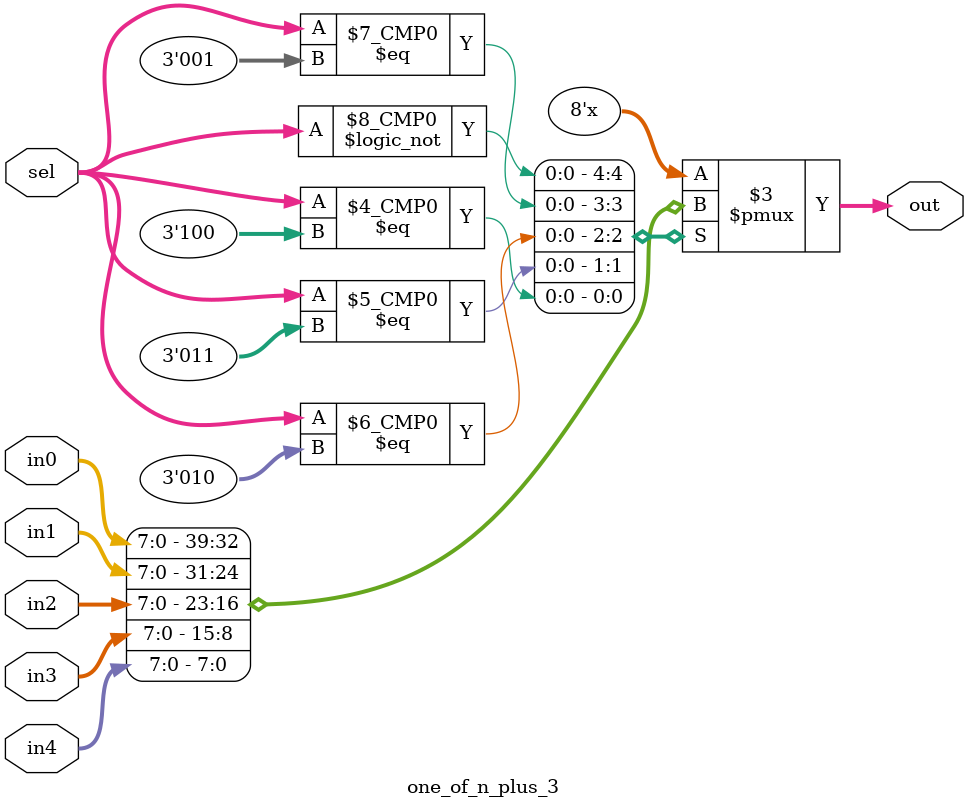
<source format=v>
/*
Copyright (c) 2015 Princeton University
All rights reserved.

Redistribution and use in source and binary forms, with or without
modification, are permitted provided that the following conditions are met:
    * Redistributions of source code must retain the above copyright
      notice, this list of conditions and the following disclaimer.
    * Redistributions in binary form must reproduce the above copyright
      notice, this list of conditions and the following disclaimer in the
      documentation and/or other materials provided with the distribution.
    * Neither the name of Princeton University nor the
      names of its contributors may be used to endorse or promote products
      derived from this software without specific prior written permission.

THIS SOFTWARE IS PROVIDED BY PRINCETON UNIVERSITY "AS IS" AND
ANY EXPRESS OR IMPLIED WARRANTIES, INCLUDING, BUT NOT LIMITED TO, THE IMPLIED
WARRANTIES OF MERCHANTABILITY AND FITNESS FOR A PARTICULAR PURPOSE ARE
DISCLAIMED. IN NO EVENT SHALL PRINCETON UNIVERSITY BE LIABLE FOR ANY
DIRECT, INDIRECT, INCIDENTAL, SPECIAL, EXEMPLARY, OR CONSEQUENTIAL DAMAGES
(INCLUDING, BUT NOT LIMITED TO, PROCUREMENT OF SUBSTITUTE GOODS OR SERVICES;
LOSS OF USE, DATA, OR PROFITS; OR BUSINESS INTERRUPTION) HOWEVER CAUSED AND
ON ANY THEORY OF LIABILITY, WHETHER IN CONTRACT, STRICT LIABILITY, OR TORT
(INCLUDING NEGLIGENCE OR OTHERWISE) ARISING IN ANY WAY OUT OF THE USE OF THIS
SOFTWARE, EVEN IF ADVISED OF THE POSSIBILITY OF SUCH DAMAGE.
*/

module one_of_n_plus_3(
  
  in0,
  in1,
  in2,
  in3,
  in4,

  sel,
  out);
    parameter WIDTH = 8;
    parameter BHC = 10;
    input [2:0] sel;
    
    input [WIDTH-1:0] in0,in1,in2,in3,in4;
    output reg [WIDTH-1:0] out;
    always@(*)
    begin
        case(sel)
        
            3'd0:out=in0;
            3'd1:out=in1;
            3'd2:out=in2;
            3'd3:out=in3;
            3'd4:out=in4;

            default:; // indicates null
        endcase
    end
endmodule



</source>
